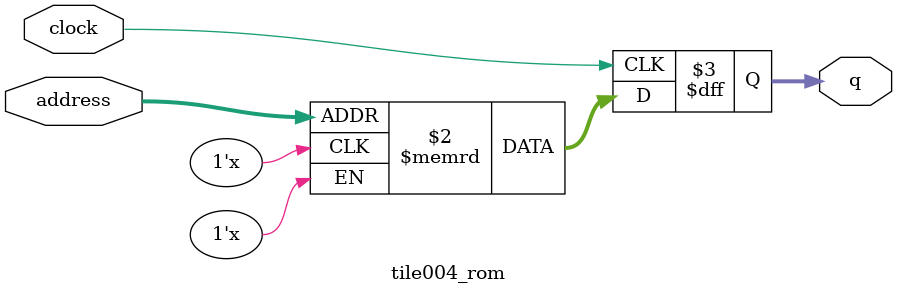
<source format=sv>
module tile004_rom (
	input logic clock,
	input logic [9:0] address,
	output logic [3:0] q
);

logic [3:0] memory [0:1023] /* synthesis ram_init_file = "./tile004/tile004.mif" */;

always_ff @ (posedge clock) begin
	q <= memory[address];
end

endmodule

</source>
